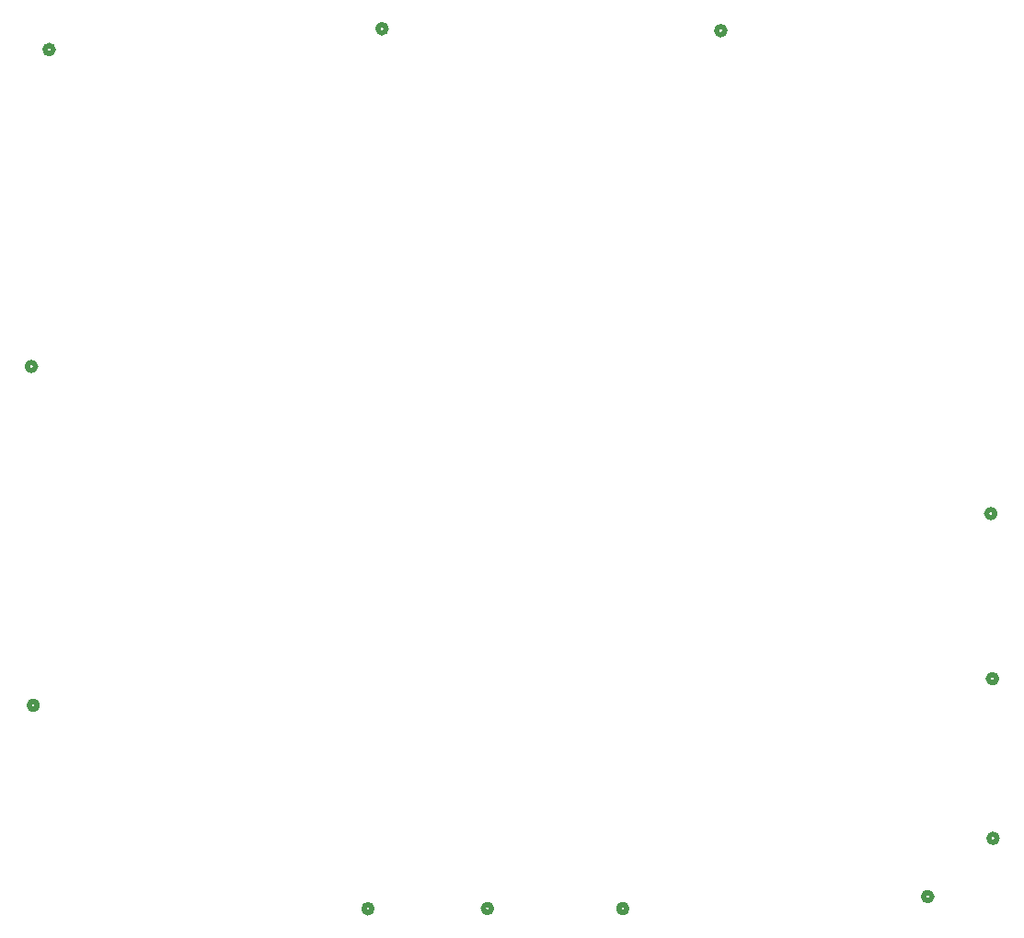
<source format=gbr>
%TF.GenerationSoftware,KiCad,Pcbnew,7.0.7*%
%TF.CreationDate,2024-01-13T11:42:57-05:00*%
%TF.ProjectId,FinalTeensyBreakoutBoard,46696e61-6c54-4656-956e-737942726561,rev?*%
%TF.SameCoordinates,Original*%
%TF.FileFunction,Legend,Bot*%
%TF.FilePolarity,Positive*%
%FSLAX46Y46*%
G04 Gerber Fmt 4.6, Leading zero omitted, Abs format (unit mm)*
G04 Created by KiCad (PCBNEW 7.0.7) date 2024-01-13 11:42:57*
%MOMM*%
%LPD*%
G01*
G04 APERTURE LIST*
%ADD10C,0.508000*%
G04 APERTURE END LIST*
D10*
%TO.C,J7*%
X135996400Y-60975000D02*
G75*
G03*
X135996400Y-60975000I-381000J0D01*
G01*
%TO.C,J12*%
X114526000Y-141800000D02*
G75*
G03*
X114526000Y-141800000I-381000J0D01*
G01*
%TO.C,J6*%
X155040600Y-140700000D02*
G75*
G03*
X155040600Y-140700000I-381000J0D01*
G01*
%TO.C,J13*%
X104823000Y-60800000D02*
G75*
G03*
X104823000Y-60800000I-381000J0D01*
G01*
%TO.C,J3*%
X161050801Y-135333100D02*
G75*
G03*
X161050801Y-135333100I-381000J0D01*
G01*
%TO.C,J10*%
X72729000Y-123090400D02*
G75*
G03*
X72729000Y-123090400I-381000J0D01*
G01*
%TO.C,J11*%
X103526000Y-141820000D02*
G75*
G03*
X103526000Y-141820000I-381000J0D01*
G01*
%TO.C,J2*%
X161001000Y-120638000D02*
G75*
G03*
X161001000Y-120638000I-381000J0D01*
G01*
%TO.C,J4*%
X160851000Y-105438000D02*
G75*
G03*
X160851000Y-105438000I-381000J0D01*
G01*
%TO.C,J1*%
X126980900Y-141800000D02*
G75*
G03*
X126980900Y-141800000I-381000J0D01*
G01*
%TO.C,J9*%
X72549000Y-91890400D02*
G75*
G03*
X72549000Y-91890400I-381000J0D01*
G01*
%TO.C,J8*%
X74189000Y-62714100D02*
G75*
G03*
X74189000Y-62714100I-381000J0D01*
G01*
%TD*%
M02*

</source>
